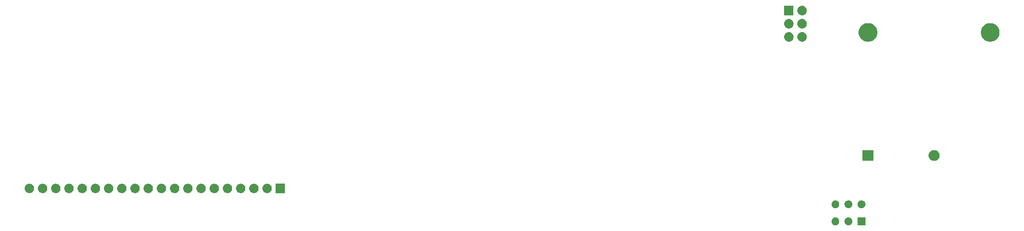
<source format=gbr>
G04 #@! TF.GenerationSoftware,KiCad,Pcbnew,5.1.4-e60b266~84~ubuntu18.04.1*
G04 #@! TF.CreationDate,2019-08-27T08:39:42+03:00*
G04 #@! TF.ProjectId,pcb,7063622e-6b69-4636-9164-5f7063625858,rev?*
G04 #@! TF.SameCoordinates,Original*
G04 #@! TF.FileFunction,Soldermask,Bot*
G04 #@! TF.FilePolarity,Negative*
%FSLAX46Y46*%
G04 Gerber Fmt 4.6, Leading zero omitted, Abs format (unit mm)*
G04 Created by KiCad (PCBNEW 5.1.4-e60b266~84~ubuntu18.04.1) date 2019-08-27 08:39:42*
%MOMM*%
%LPD*%
G04 APERTURE LIST*
%ADD10C,0.100000*%
G04 APERTURE END LIST*
D10*
G36*
X209849059Y-80557860D02*
G01*
X209985732Y-80614472D01*
X210108735Y-80696660D01*
X210213340Y-80801265D01*
X210295528Y-80924268D01*
X210352140Y-81060941D01*
X210381000Y-81206033D01*
X210381000Y-81353967D01*
X210352140Y-81499059D01*
X210295528Y-81635732D01*
X210213340Y-81758735D01*
X210108735Y-81863340D01*
X209985732Y-81945528D01*
X209985731Y-81945529D01*
X209985730Y-81945529D01*
X209849059Y-82002140D01*
X209703968Y-82031000D01*
X209556032Y-82031000D01*
X209410941Y-82002140D01*
X209274270Y-81945529D01*
X209274269Y-81945529D01*
X209274268Y-81945528D01*
X209151265Y-81863340D01*
X209046660Y-81758735D01*
X208964472Y-81635732D01*
X208907860Y-81499059D01*
X208879000Y-81353967D01*
X208879000Y-81206033D01*
X208907860Y-81060941D01*
X208964472Y-80924268D01*
X209046660Y-80801265D01*
X209151265Y-80696660D01*
X209274268Y-80614472D01*
X209410941Y-80557860D01*
X209556032Y-80529000D01*
X209703968Y-80529000D01*
X209849059Y-80557860D01*
X209849059Y-80557860D01*
G37*
G36*
X215381000Y-82031000D02*
G01*
X213879000Y-82031000D01*
X213879000Y-80529000D01*
X215381000Y-80529000D01*
X215381000Y-82031000D01*
X215381000Y-82031000D01*
G37*
G36*
X212349059Y-80557860D02*
G01*
X212485732Y-80614472D01*
X212608735Y-80696660D01*
X212713340Y-80801265D01*
X212795528Y-80924268D01*
X212852140Y-81060941D01*
X212881000Y-81206033D01*
X212881000Y-81353967D01*
X212852140Y-81499059D01*
X212795528Y-81635732D01*
X212713340Y-81758735D01*
X212608735Y-81863340D01*
X212485732Y-81945528D01*
X212485731Y-81945529D01*
X212485730Y-81945529D01*
X212349059Y-82002140D01*
X212203968Y-82031000D01*
X212056032Y-82031000D01*
X211910941Y-82002140D01*
X211774270Y-81945529D01*
X211774269Y-81945529D01*
X211774268Y-81945528D01*
X211651265Y-81863340D01*
X211546660Y-81758735D01*
X211464472Y-81635732D01*
X211407860Y-81499059D01*
X211379000Y-81353967D01*
X211379000Y-81206033D01*
X211407860Y-81060941D01*
X211464472Y-80924268D01*
X211546660Y-80801265D01*
X211651265Y-80696660D01*
X211774268Y-80614472D01*
X211910941Y-80557860D01*
X212056032Y-80529000D01*
X212203968Y-80529000D01*
X212349059Y-80557860D01*
X212349059Y-80557860D01*
G37*
G36*
X209849059Y-77257860D02*
G01*
X209985732Y-77314472D01*
X210108735Y-77396660D01*
X210213340Y-77501265D01*
X210295528Y-77624268D01*
X210352140Y-77760941D01*
X210381000Y-77906033D01*
X210381000Y-78053967D01*
X210352140Y-78199059D01*
X210295528Y-78335732D01*
X210213340Y-78458735D01*
X210108735Y-78563340D01*
X209985732Y-78645528D01*
X209985731Y-78645529D01*
X209985730Y-78645529D01*
X209849059Y-78702140D01*
X209703968Y-78731000D01*
X209556032Y-78731000D01*
X209410941Y-78702140D01*
X209274270Y-78645529D01*
X209274269Y-78645529D01*
X209274268Y-78645528D01*
X209151265Y-78563340D01*
X209046660Y-78458735D01*
X208964472Y-78335732D01*
X208907860Y-78199059D01*
X208879000Y-78053967D01*
X208879000Y-77906033D01*
X208907860Y-77760941D01*
X208964472Y-77624268D01*
X209046660Y-77501265D01*
X209151265Y-77396660D01*
X209274268Y-77314472D01*
X209410941Y-77257860D01*
X209556032Y-77229000D01*
X209703968Y-77229000D01*
X209849059Y-77257860D01*
X209849059Y-77257860D01*
G37*
G36*
X214849059Y-77257860D02*
G01*
X214985732Y-77314472D01*
X215108735Y-77396660D01*
X215213340Y-77501265D01*
X215295528Y-77624268D01*
X215352140Y-77760941D01*
X215381000Y-77906033D01*
X215381000Y-78053967D01*
X215352140Y-78199059D01*
X215295528Y-78335732D01*
X215213340Y-78458735D01*
X215108735Y-78563340D01*
X214985732Y-78645528D01*
X214985731Y-78645529D01*
X214985730Y-78645529D01*
X214849059Y-78702140D01*
X214703968Y-78731000D01*
X214556032Y-78731000D01*
X214410941Y-78702140D01*
X214274270Y-78645529D01*
X214274269Y-78645529D01*
X214274268Y-78645528D01*
X214151265Y-78563340D01*
X214046660Y-78458735D01*
X213964472Y-78335732D01*
X213907860Y-78199059D01*
X213879000Y-78053967D01*
X213879000Y-77906033D01*
X213907860Y-77760941D01*
X213964472Y-77624268D01*
X214046660Y-77501265D01*
X214151265Y-77396660D01*
X214274268Y-77314472D01*
X214410941Y-77257860D01*
X214556032Y-77229000D01*
X214703968Y-77229000D01*
X214849059Y-77257860D01*
X214849059Y-77257860D01*
G37*
G36*
X212349059Y-77257860D02*
G01*
X212485732Y-77314472D01*
X212608735Y-77396660D01*
X212713340Y-77501265D01*
X212795528Y-77624268D01*
X212852140Y-77760941D01*
X212881000Y-77906033D01*
X212881000Y-78053967D01*
X212852140Y-78199059D01*
X212795528Y-78335732D01*
X212713340Y-78458735D01*
X212608735Y-78563340D01*
X212485732Y-78645528D01*
X212485731Y-78645529D01*
X212485730Y-78645529D01*
X212349059Y-78702140D01*
X212203968Y-78731000D01*
X212056032Y-78731000D01*
X211910941Y-78702140D01*
X211774270Y-78645529D01*
X211774269Y-78645529D01*
X211774268Y-78645528D01*
X211651265Y-78563340D01*
X211546660Y-78458735D01*
X211464472Y-78335732D01*
X211407860Y-78199059D01*
X211379000Y-78053967D01*
X211379000Y-77906033D01*
X211407860Y-77760941D01*
X211464472Y-77624268D01*
X211546660Y-77501265D01*
X211651265Y-77396660D01*
X211774268Y-77314472D01*
X211910941Y-77257860D01*
X212056032Y-77229000D01*
X212203968Y-77229000D01*
X212349059Y-77257860D01*
X212349059Y-77257860D01*
G37*
G36*
X75040442Y-74035518D02*
G01*
X75106627Y-74042037D01*
X75276466Y-74093557D01*
X75432991Y-74177222D01*
X75468729Y-74206552D01*
X75570186Y-74289814D01*
X75653448Y-74391271D01*
X75682778Y-74427009D01*
X75766443Y-74583534D01*
X75817963Y-74753373D01*
X75835359Y-74930000D01*
X75817963Y-75106627D01*
X75766443Y-75276466D01*
X75682778Y-75432991D01*
X75653448Y-75468729D01*
X75570186Y-75570186D01*
X75468729Y-75653448D01*
X75432991Y-75682778D01*
X75276466Y-75766443D01*
X75106627Y-75817963D01*
X75040442Y-75824482D01*
X74974260Y-75831000D01*
X74885740Y-75831000D01*
X74819558Y-75824482D01*
X74753373Y-75817963D01*
X74583534Y-75766443D01*
X74427009Y-75682778D01*
X74391271Y-75653448D01*
X74289814Y-75570186D01*
X74206552Y-75468729D01*
X74177222Y-75432991D01*
X74093557Y-75276466D01*
X74042037Y-75106627D01*
X74024641Y-74930000D01*
X74042037Y-74753373D01*
X74093557Y-74583534D01*
X74177222Y-74427009D01*
X74206552Y-74391271D01*
X74289814Y-74289814D01*
X74391271Y-74206552D01*
X74427009Y-74177222D01*
X74583534Y-74093557D01*
X74753373Y-74042037D01*
X74819558Y-74035518D01*
X74885740Y-74029000D01*
X74974260Y-74029000D01*
X75040442Y-74035518D01*
X75040442Y-74035518D01*
G37*
G36*
X95360442Y-74035518D02*
G01*
X95426627Y-74042037D01*
X95596466Y-74093557D01*
X95752991Y-74177222D01*
X95788729Y-74206552D01*
X95890186Y-74289814D01*
X95973448Y-74391271D01*
X96002778Y-74427009D01*
X96086443Y-74583534D01*
X96137963Y-74753373D01*
X96155359Y-74930000D01*
X96137963Y-75106627D01*
X96086443Y-75276466D01*
X96002778Y-75432991D01*
X95973448Y-75468729D01*
X95890186Y-75570186D01*
X95788729Y-75653448D01*
X95752991Y-75682778D01*
X95596466Y-75766443D01*
X95426627Y-75817963D01*
X95360442Y-75824482D01*
X95294260Y-75831000D01*
X95205740Y-75831000D01*
X95139558Y-75824482D01*
X95073373Y-75817963D01*
X94903534Y-75766443D01*
X94747009Y-75682778D01*
X94711271Y-75653448D01*
X94609814Y-75570186D01*
X94526552Y-75468729D01*
X94497222Y-75432991D01*
X94413557Y-75276466D01*
X94362037Y-75106627D01*
X94344641Y-74930000D01*
X94362037Y-74753373D01*
X94413557Y-74583534D01*
X94497222Y-74427009D01*
X94526552Y-74391271D01*
X94609814Y-74289814D01*
X94711271Y-74206552D01*
X94747009Y-74177222D01*
X94903534Y-74093557D01*
X95073373Y-74042037D01*
X95139558Y-74035518D01*
X95205740Y-74029000D01*
X95294260Y-74029000D01*
X95360442Y-74035518D01*
X95360442Y-74035518D01*
G37*
G36*
X90280442Y-74035518D02*
G01*
X90346627Y-74042037D01*
X90516466Y-74093557D01*
X90672991Y-74177222D01*
X90708729Y-74206552D01*
X90810186Y-74289814D01*
X90893448Y-74391271D01*
X90922778Y-74427009D01*
X91006443Y-74583534D01*
X91057963Y-74753373D01*
X91075359Y-74930000D01*
X91057963Y-75106627D01*
X91006443Y-75276466D01*
X90922778Y-75432991D01*
X90893448Y-75468729D01*
X90810186Y-75570186D01*
X90708729Y-75653448D01*
X90672991Y-75682778D01*
X90516466Y-75766443D01*
X90346627Y-75817963D01*
X90280442Y-75824482D01*
X90214260Y-75831000D01*
X90125740Y-75831000D01*
X90059558Y-75824482D01*
X89993373Y-75817963D01*
X89823534Y-75766443D01*
X89667009Y-75682778D01*
X89631271Y-75653448D01*
X89529814Y-75570186D01*
X89446552Y-75468729D01*
X89417222Y-75432991D01*
X89333557Y-75276466D01*
X89282037Y-75106627D01*
X89264641Y-74930000D01*
X89282037Y-74753373D01*
X89333557Y-74583534D01*
X89417222Y-74427009D01*
X89446552Y-74391271D01*
X89529814Y-74289814D01*
X89631271Y-74206552D01*
X89667009Y-74177222D01*
X89823534Y-74093557D01*
X89993373Y-74042037D01*
X90059558Y-74035518D01*
X90125740Y-74029000D01*
X90214260Y-74029000D01*
X90280442Y-74035518D01*
X90280442Y-74035518D01*
G37*
G36*
X87740442Y-74035518D02*
G01*
X87806627Y-74042037D01*
X87976466Y-74093557D01*
X88132991Y-74177222D01*
X88168729Y-74206552D01*
X88270186Y-74289814D01*
X88353448Y-74391271D01*
X88382778Y-74427009D01*
X88466443Y-74583534D01*
X88517963Y-74753373D01*
X88535359Y-74930000D01*
X88517963Y-75106627D01*
X88466443Y-75276466D01*
X88382778Y-75432991D01*
X88353448Y-75468729D01*
X88270186Y-75570186D01*
X88168729Y-75653448D01*
X88132991Y-75682778D01*
X87976466Y-75766443D01*
X87806627Y-75817963D01*
X87740442Y-75824482D01*
X87674260Y-75831000D01*
X87585740Y-75831000D01*
X87519558Y-75824482D01*
X87453373Y-75817963D01*
X87283534Y-75766443D01*
X87127009Y-75682778D01*
X87091271Y-75653448D01*
X86989814Y-75570186D01*
X86906552Y-75468729D01*
X86877222Y-75432991D01*
X86793557Y-75276466D01*
X86742037Y-75106627D01*
X86724641Y-74930000D01*
X86742037Y-74753373D01*
X86793557Y-74583534D01*
X86877222Y-74427009D01*
X86906552Y-74391271D01*
X86989814Y-74289814D01*
X87091271Y-74206552D01*
X87127009Y-74177222D01*
X87283534Y-74093557D01*
X87453373Y-74042037D01*
X87519558Y-74035518D01*
X87585740Y-74029000D01*
X87674260Y-74029000D01*
X87740442Y-74035518D01*
X87740442Y-74035518D01*
G37*
G36*
X85200442Y-74035518D02*
G01*
X85266627Y-74042037D01*
X85436466Y-74093557D01*
X85592991Y-74177222D01*
X85628729Y-74206552D01*
X85730186Y-74289814D01*
X85813448Y-74391271D01*
X85842778Y-74427009D01*
X85926443Y-74583534D01*
X85977963Y-74753373D01*
X85995359Y-74930000D01*
X85977963Y-75106627D01*
X85926443Y-75276466D01*
X85842778Y-75432991D01*
X85813448Y-75468729D01*
X85730186Y-75570186D01*
X85628729Y-75653448D01*
X85592991Y-75682778D01*
X85436466Y-75766443D01*
X85266627Y-75817963D01*
X85200442Y-75824482D01*
X85134260Y-75831000D01*
X85045740Y-75831000D01*
X84979558Y-75824482D01*
X84913373Y-75817963D01*
X84743534Y-75766443D01*
X84587009Y-75682778D01*
X84551271Y-75653448D01*
X84449814Y-75570186D01*
X84366552Y-75468729D01*
X84337222Y-75432991D01*
X84253557Y-75276466D01*
X84202037Y-75106627D01*
X84184641Y-74930000D01*
X84202037Y-74753373D01*
X84253557Y-74583534D01*
X84337222Y-74427009D01*
X84366552Y-74391271D01*
X84449814Y-74289814D01*
X84551271Y-74206552D01*
X84587009Y-74177222D01*
X84743534Y-74093557D01*
X84913373Y-74042037D01*
X84979558Y-74035518D01*
X85045740Y-74029000D01*
X85134260Y-74029000D01*
X85200442Y-74035518D01*
X85200442Y-74035518D01*
G37*
G36*
X82660442Y-74035518D02*
G01*
X82726627Y-74042037D01*
X82896466Y-74093557D01*
X83052991Y-74177222D01*
X83088729Y-74206552D01*
X83190186Y-74289814D01*
X83273448Y-74391271D01*
X83302778Y-74427009D01*
X83386443Y-74583534D01*
X83437963Y-74753373D01*
X83455359Y-74930000D01*
X83437963Y-75106627D01*
X83386443Y-75276466D01*
X83302778Y-75432991D01*
X83273448Y-75468729D01*
X83190186Y-75570186D01*
X83088729Y-75653448D01*
X83052991Y-75682778D01*
X82896466Y-75766443D01*
X82726627Y-75817963D01*
X82660442Y-75824482D01*
X82594260Y-75831000D01*
X82505740Y-75831000D01*
X82439558Y-75824482D01*
X82373373Y-75817963D01*
X82203534Y-75766443D01*
X82047009Y-75682778D01*
X82011271Y-75653448D01*
X81909814Y-75570186D01*
X81826552Y-75468729D01*
X81797222Y-75432991D01*
X81713557Y-75276466D01*
X81662037Y-75106627D01*
X81644641Y-74930000D01*
X81662037Y-74753373D01*
X81713557Y-74583534D01*
X81797222Y-74427009D01*
X81826552Y-74391271D01*
X81909814Y-74289814D01*
X82011271Y-74206552D01*
X82047009Y-74177222D01*
X82203534Y-74093557D01*
X82373373Y-74042037D01*
X82439558Y-74035518D01*
X82505740Y-74029000D01*
X82594260Y-74029000D01*
X82660442Y-74035518D01*
X82660442Y-74035518D01*
G37*
G36*
X80120442Y-74035518D02*
G01*
X80186627Y-74042037D01*
X80356466Y-74093557D01*
X80512991Y-74177222D01*
X80548729Y-74206552D01*
X80650186Y-74289814D01*
X80733448Y-74391271D01*
X80762778Y-74427009D01*
X80846443Y-74583534D01*
X80897963Y-74753373D01*
X80915359Y-74930000D01*
X80897963Y-75106627D01*
X80846443Y-75276466D01*
X80762778Y-75432991D01*
X80733448Y-75468729D01*
X80650186Y-75570186D01*
X80548729Y-75653448D01*
X80512991Y-75682778D01*
X80356466Y-75766443D01*
X80186627Y-75817963D01*
X80120442Y-75824482D01*
X80054260Y-75831000D01*
X79965740Y-75831000D01*
X79899558Y-75824482D01*
X79833373Y-75817963D01*
X79663534Y-75766443D01*
X79507009Y-75682778D01*
X79471271Y-75653448D01*
X79369814Y-75570186D01*
X79286552Y-75468729D01*
X79257222Y-75432991D01*
X79173557Y-75276466D01*
X79122037Y-75106627D01*
X79104641Y-74930000D01*
X79122037Y-74753373D01*
X79173557Y-74583534D01*
X79257222Y-74427009D01*
X79286552Y-74391271D01*
X79369814Y-74289814D01*
X79471271Y-74206552D01*
X79507009Y-74177222D01*
X79663534Y-74093557D01*
X79833373Y-74042037D01*
X79899558Y-74035518D01*
X79965740Y-74029000D01*
X80054260Y-74029000D01*
X80120442Y-74035518D01*
X80120442Y-74035518D01*
G37*
G36*
X77580442Y-74035518D02*
G01*
X77646627Y-74042037D01*
X77816466Y-74093557D01*
X77972991Y-74177222D01*
X78008729Y-74206552D01*
X78110186Y-74289814D01*
X78193448Y-74391271D01*
X78222778Y-74427009D01*
X78306443Y-74583534D01*
X78357963Y-74753373D01*
X78375359Y-74930000D01*
X78357963Y-75106627D01*
X78306443Y-75276466D01*
X78222778Y-75432991D01*
X78193448Y-75468729D01*
X78110186Y-75570186D01*
X78008729Y-75653448D01*
X77972991Y-75682778D01*
X77816466Y-75766443D01*
X77646627Y-75817963D01*
X77580442Y-75824482D01*
X77514260Y-75831000D01*
X77425740Y-75831000D01*
X77359558Y-75824482D01*
X77293373Y-75817963D01*
X77123534Y-75766443D01*
X76967009Y-75682778D01*
X76931271Y-75653448D01*
X76829814Y-75570186D01*
X76746552Y-75468729D01*
X76717222Y-75432991D01*
X76633557Y-75276466D01*
X76582037Y-75106627D01*
X76564641Y-74930000D01*
X76582037Y-74753373D01*
X76633557Y-74583534D01*
X76717222Y-74427009D01*
X76746552Y-74391271D01*
X76829814Y-74289814D01*
X76931271Y-74206552D01*
X76967009Y-74177222D01*
X77123534Y-74093557D01*
X77293373Y-74042037D01*
X77359558Y-74035518D01*
X77425740Y-74029000D01*
X77514260Y-74029000D01*
X77580442Y-74035518D01*
X77580442Y-74035518D01*
G37*
G36*
X92820442Y-74035518D02*
G01*
X92886627Y-74042037D01*
X93056466Y-74093557D01*
X93212991Y-74177222D01*
X93248729Y-74206552D01*
X93350186Y-74289814D01*
X93433448Y-74391271D01*
X93462778Y-74427009D01*
X93546443Y-74583534D01*
X93597963Y-74753373D01*
X93615359Y-74930000D01*
X93597963Y-75106627D01*
X93546443Y-75276466D01*
X93462778Y-75432991D01*
X93433448Y-75468729D01*
X93350186Y-75570186D01*
X93248729Y-75653448D01*
X93212991Y-75682778D01*
X93056466Y-75766443D01*
X92886627Y-75817963D01*
X92820442Y-75824482D01*
X92754260Y-75831000D01*
X92665740Y-75831000D01*
X92599558Y-75824482D01*
X92533373Y-75817963D01*
X92363534Y-75766443D01*
X92207009Y-75682778D01*
X92171271Y-75653448D01*
X92069814Y-75570186D01*
X91986552Y-75468729D01*
X91957222Y-75432991D01*
X91873557Y-75276466D01*
X91822037Y-75106627D01*
X91804641Y-74930000D01*
X91822037Y-74753373D01*
X91873557Y-74583534D01*
X91957222Y-74427009D01*
X91986552Y-74391271D01*
X92069814Y-74289814D01*
X92171271Y-74206552D01*
X92207009Y-74177222D01*
X92363534Y-74093557D01*
X92533373Y-74042037D01*
X92599558Y-74035518D01*
X92665740Y-74029000D01*
X92754260Y-74029000D01*
X92820442Y-74035518D01*
X92820442Y-74035518D01*
G37*
G36*
X69960442Y-74035518D02*
G01*
X70026627Y-74042037D01*
X70196466Y-74093557D01*
X70352991Y-74177222D01*
X70388729Y-74206552D01*
X70490186Y-74289814D01*
X70573448Y-74391271D01*
X70602778Y-74427009D01*
X70686443Y-74583534D01*
X70737963Y-74753373D01*
X70755359Y-74930000D01*
X70737963Y-75106627D01*
X70686443Y-75276466D01*
X70602778Y-75432991D01*
X70573448Y-75468729D01*
X70490186Y-75570186D01*
X70388729Y-75653448D01*
X70352991Y-75682778D01*
X70196466Y-75766443D01*
X70026627Y-75817963D01*
X69960442Y-75824482D01*
X69894260Y-75831000D01*
X69805740Y-75831000D01*
X69739558Y-75824482D01*
X69673373Y-75817963D01*
X69503534Y-75766443D01*
X69347009Y-75682778D01*
X69311271Y-75653448D01*
X69209814Y-75570186D01*
X69126552Y-75468729D01*
X69097222Y-75432991D01*
X69013557Y-75276466D01*
X68962037Y-75106627D01*
X68944641Y-74930000D01*
X68962037Y-74753373D01*
X69013557Y-74583534D01*
X69097222Y-74427009D01*
X69126552Y-74391271D01*
X69209814Y-74289814D01*
X69311271Y-74206552D01*
X69347009Y-74177222D01*
X69503534Y-74093557D01*
X69673373Y-74042037D01*
X69739558Y-74035518D01*
X69805740Y-74029000D01*
X69894260Y-74029000D01*
X69960442Y-74035518D01*
X69960442Y-74035518D01*
G37*
G36*
X64880442Y-74035518D02*
G01*
X64946627Y-74042037D01*
X65116466Y-74093557D01*
X65272991Y-74177222D01*
X65308729Y-74206552D01*
X65410186Y-74289814D01*
X65493448Y-74391271D01*
X65522778Y-74427009D01*
X65606443Y-74583534D01*
X65657963Y-74753373D01*
X65675359Y-74930000D01*
X65657963Y-75106627D01*
X65606443Y-75276466D01*
X65522778Y-75432991D01*
X65493448Y-75468729D01*
X65410186Y-75570186D01*
X65308729Y-75653448D01*
X65272991Y-75682778D01*
X65116466Y-75766443D01*
X64946627Y-75817963D01*
X64880442Y-75824482D01*
X64814260Y-75831000D01*
X64725740Y-75831000D01*
X64659558Y-75824482D01*
X64593373Y-75817963D01*
X64423534Y-75766443D01*
X64267009Y-75682778D01*
X64231271Y-75653448D01*
X64129814Y-75570186D01*
X64046552Y-75468729D01*
X64017222Y-75432991D01*
X63933557Y-75276466D01*
X63882037Y-75106627D01*
X63864641Y-74930000D01*
X63882037Y-74753373D01*
X63933557Y-74583534D01*
X64017222Y-74427009D01*
X64046552Y-74391271D01*
X64129814Y-74289814D01*
X64231271Y-74206552D01*
X64267009Y-74177222D01*
X64423534Y-74093557D01*
X64593373Y-74042037D01*
X64659558Y-74035518D01*
X64725740Y-74029000D01*
X64814260Y-74029000D01*
X64880442Y-74035518D01*
X64880442Y-74035518D01*
G37*
G36*
X62340442Y-74035518D02*
G01*
X62406627Y-74042037D01*
X62576466Y-74093557D01*
X62732991Y-74177222D01*
X62768729Y-74206552D01*
X62870186Y-74289814D01*
X62953448Y-74391271D01*
X62982778Y-74427009D01*
X63066443Y-74583534D01*
X63117963Y-74753373D01*
X63135359Y-74930000D01*
X63117963Y-75106627D01*
X63066443Y-75276466D01*
X62982778Y-75432991D01*
X62953448Y-75468729D01*
X62870186Y-75570186D01*
X62768729Y-75653448D01*
X62732991Y-75682778D01*
X62576466Y-75766443D01*
X62406627Y-75817963D01*
X62340442Y-75824482D01*
X62274260Y-75831000D01*
X62185740Y-75831000D01*
X62119558Y-75824482D01*
X62053373Y-75817963D01*
X61883534Y-75766443D01*
X61727009Y-75682778D01*
X61691271Y-75653448D01*
X61589814Y-75570186D01*
X61506552Y-75468729D01*
X61477222Y-75432991D01*
X61393557Y-75276466D01*
X61342037Y-75106627D01*
X61324641Y-74930000D01*
X61342037Y-74753373D01*
X61393557Y-74583534D01*
X61477222Y-74427009D01*
X61506552Y-74391271D01*
X61589814Y-74289814D01*
X61691271Y-74206552D01*
X61727009Y-74177222D01*
X61883534Y-74093557D01*
X62053373Y-74042037D01*
X62119558Y-74035518D01*
X62185740Y-74029000D01*
X62274260Y-74029000D01*
X62340442Y-74035518D01*
X62340442Y-74035518D01*
G37*
G36*
X59800442Y-74035518D02*
G01*
X59866627Y-74042037D01*
X60036466Y-74093557D01*
X60192991Y-74177222D01*
X60228729Y-74206552D01*
X60330186Y-74289814D01*
X60413448Y-74391271D01*
X60442778Y-74427009D01*
X60526443Y-74583534D01*
X60577963Y-74753373D01*
X60595359Y-74930000D01*
X60577963Y-75106627D01*
X60526443Y-75276466D01*
X60442778Y-75432991D01*
X60413448Y-75468729D01*
X60330186Y-75570186D01*
X60228729Y-75653448D01*
X60192991Y-75682778D01*
X60036466Y-75766443D01*
X59866627Y-75817963D01*
X59800442Y-75824482D01*
X59734260Y-75831000D01*
X59645740Y-75831000D01*
X59579558Y-75824482D01*
X59513373Y-75817963D01*
X59343534Y-75766443D01*
X59187009Y-75682778D01*
X59151271Y-75653448D01*
X59049814Y-75570186D01*
X58966552Y-75468729D01*
X58937222Y-75432991D01*
X58853557Y-75276466D01*
X58802037Y-75106627D01*
X58784641Y-74930000D01*
X58802037Y-74753373D01*
X58853557Y-74583534D01*
X58937222Y-74427009D01*
X58966552Y-74391271D01*
X59049814Y-74289814D01*
X59151271Y-74206552D01*
X59187009Y-74177222D01*
X59343534Y-74093557D01*
X59513373Y-74042037D01*
X59579558Y-74035518D01*
X59645740Y-74029000D01*
X59734260Y-74029000D01*
X59800442Y-74035518D01*
X59800442Y-74035518D01*
G37*
G36*
X57260442Y-74035518D02*
G01*
X57326627Y-74042037D01*
X57496466Y-74093557D01*
X57652991Y-74177222D01*
X57688729Y-74206552D01*
X57790186Y-74289814D01*
X57873448Y-74391271D01*
X57902778Y-74427009D01*
X57986443Y-74583534D01*
X58037963Y-74753373D01*
X58055359Y-74930000D01*
X58037963Y-75106627D01*
X57986443Y-75276466D01*
X57902778Y-75432991D01*
X57873448Y-75468729D01*
X57790186Y-75570186D01*
X57688729Y-75653448D01*
X57652991Y-75682778D01*
X57496466Y-75766443D01*
X57326627Y-75817963D01*
X57260442Y-75824482D01*
X57194260Y-75831000D01*
X57105740Y-75831000D01*
X57039558Y-75824482D01*
X56973373Y-75817963D01*
X56803534Y-75766443D01*
X56647009Y-75682778D01*
X56611271Y-75653448D01*
X56509814Y-75570186D01*
X56426552Y-75468729D01*
X56397222Y-75432991D01*
X56313557Y-75276466D01*
X56262037Y-75106627D01*
X56244641Y-74930000D01*
X56262037Y-74753373D01*
X56313557Y-74583534D01*
X56397222Y-74427009D01*
X56426552Y-74391271D01*
X56509814Y-74289814D01*
X56611271Y-74206552D01*
X56647009Y-74177222D01*
X56803534Y-74093557D01*
X56973373Y-74042037D01*
X57039558Y-74035518D01*
X57105740Y-74029000D01*
X57194260Y-74029000D01*
X57260442Y-74035518D01*
X57260442Y-74035518D01*
G37*
G36*
X54720442Y-74035518D02*
G01*
X54786627Y-74042037D01*
X54956466Y-74093557D01*
X55112991Y-74177222D01*
X55148729Y-74206552D01*
X55250186Y-74289814D01*
X55333448Y-74391271D01*
X55362778Y-74427009D01*
X55446443Y-74583534D01*
X55497963Y-74753373D01*
X55515359Y-74930000D01*
X55497963Y-75106627D01*
X55446443Y-75276466D01*
X55362778Y-75432991D01*
X55333448Y-75468729D01*
X55250186Y-75570186D01*
X55148729Y-75653448D01*
X55112991Y-75682778D01*
X54956466Y-75766443D01*
X54786627Y-75817963D01*
X54720442Y-75824482D01*
X54654260Y-75831000D01*
X54565740Y-75831000D01*
X54499558Y-75824482D01*
X54433373Y-75817963D01*
X54263534Y-75766443D01*
X54107009Y-75682778D01*
X54071271Y-75653448D01*
X53969814Y-75570186D01*
X53886552Y-75468729D01*
X53857222Y-75432991D01*
X53773557Y-75276466D01*
X53722037Y-75106627D01*
X53704641Y-74930000D01*
X53722037Y-74753373D01*
X53773557Y-74583534D01*
X53857222Y-74427009D01*
X53886552Y-74391271D01*
X53969814Y-74289814D01*
X54071271Y-74206552D01*
X54107009Y-74177222D01*
X54263534Y-74093557D01*
X54433373Y-74042037D01*
X54499558Y-74035518D01*
X54565740Y-74029000D01*
X54654260Y-74029000D01*
X54720442Y-74035518D01*
X54720442Y-74035518D01*
G37*
G36*
X103771000Y-75831000D02*
G01*
X101969000Y-75831000D01*
X101969000Y-74029000D01*
X103771000Y-74029000D01*
X103771000Y-75831000D01*
X103771000Y-75831000D01*
G37*
G36*
X100440442Y-74035518D02*
G01*
X100506627Y-74042037D01*
X100676466Y-74093557D01*
X100832991Y-74177222D01*
X100868729Y-74206552D01*
X100970186Y-74289814D01*
X101053448Y-74391271D01*
X101082778Y-74427009D01*
X101166443Y-74583534D01*
X101217963Y-74753373D01*
X101235359Y-74930000D01*
X101217963Y-75106627D01*
X101166443Y-75276466D01*
X101082778Y-75432991D01*
X101053448Y-75468729D01*
X100970186Y-75570186D01*
X100868729Y-75653448D01*
X100832991Y-75682778D01*
X100676466Y-75766443D01*
X100506627Y-75817963D01*
X100440442Y-75824482D01*
X100374260Y-75831000D01*
X100285740Y-75831000D01*
X100219558Y-75824482D01*
X100153373Y-75817963D01*
X99983534Y-75766443D01*
X99827009Y-75682778D01*
X99791271Y-75653448D01*
X99689814Y-75570186D01*
X99606552Y-75468729D01*
X99577222Y-75432991D01*
X99493557Y-75276466D01*
X99442037Y-75106627D01*
X99424641Y-74930000D01*
X99442037Y-74753373D01*
X99493557Y-74583534D01*
X99577222Y-74427009D01*
X99606552Y-74391271D01*
X99689814Y-74289814D01*
X99791271Y-74206552D01*
X99827009Y-74177222D01*
X99983534Y-74093557D01*
X100153373Y-74042037D01*
X100219558Y-74035518D01*
X100285740Y-74029000D01*
X100374260Y-74029000D01*
X100440442Y-74035518D01*
X100440442Y-74035518D01*
G37*
G36*
X97900442Y-74035518D02*
G01*
X97966627Y-74042037D01*
X98136466Y-74093557D01*
X98292991Y-74177222D01*
X98328729Y-74206552D01*
X98430186Y-74289814D01*
X98513448Y-74391271D01*
X98542778Y-74427009D01*
X98626443Y-74583534D01*
X98677963Y-74753373D01*
X98695359Y-74930000D01*
X98677963Y-75106627D01*
X98626443Y-75276466D01*
X98542778Y-75432991D01*
X98513448Y-75468729D01*
X98430186Y-75570186D01*
X98328729Y-75653448D01*
X98292991Y-75682778D01*
X98136466Y-75766443D01*
X97966627Y-75817963D01*
X97900442Y-75824482D01*
X97834260Y-75831000D01*
X97745740Y-75831000D01*
X97679558Y-75824482D01*
X97613373Y-75817963D01*
X97443534Y-75766443D01*
X97287009Y-75682778D01*
X97251271Y-75653448D01*
X97149814Y-75570186D01*
X97066552Y-75468729D01*
X97037222Y-75432991D01*
X96953557Y-75276466D01*
X96902037Y-75106627D01*
X96884641Y-74930000D01*
X96902037Y-74753373D01*
X96953557Y-74583534D01*
X97037222Y-74427009D01*
X97066552Y-74391271D01*
X97149814Y-74289814D01*
X97251271Y-74206552D01*
X97287009Y-74177222D01*
X97443534Y-74093557D01*
X97613373Y-74042037D01*
X97679558Y-74035518D01*
X97745740Y-74029000D01*
X97834260Y-74029000D01*
X97900442Y-74035518D01*
X97900442Y-74035518D01*
G37*
G36*
X72500442Y-74035518D02*
G01*
X72566627Y-74042037D01*
X72736466Y-74093557D01*
X72892991Y-74177222D01*
X72928729Y-74206552D01*
X73030186Y-74289814D01*
X73113448Y-74391271D01*
X73142778Y-74427009D01*
X73226443Y-74583534D01*
X73277963Y-74753373D01*
X73295359Y-74930000D01*
X73277963Y-75106627D01*
X73226443Y-75276466D01*
X73142778Y-75432991D01*
X73113448Y-75468729D01*
X73030186Y-75570186D01*
X72928729Y-75653448D01*
X72892991Y-75682778D01*
X72736466Y-75766443D01*
X72566627Y-75817963D01*
X72500442Y-75824482D01*
X72434260Y-75831000D01*
X72345740Y-75831000D01*
X72279558Y-75824482D01*
X72213373Y-75817963D01*
X72043534Y-75766443D01*
X71887009Y-75682778D01*
X71851271Y-75653448D01*
X71749814Y-75570186D01*
X71666552Y-75468729D01*
X71637222Y-75432991D01*
X71553557Y-75276466D01*
X71502037Y-75106627D01*
X71484641Y-74930000D01*
X71502037Y-74753373D01*
X71553557Y-74583534D01*
X71637222Y-74427009D01*
X71666552Y-74391271D01*
X71749814Y-74289814D01*
X71851271Y-74206552D01*
X71887009Y-74177222D01*
X72043534Y-74093557D01*
X72213373Y-74042037D01*
X72279558Y-74035518D01*
X72345740Y-74029000D01*
X72434260Y-74029000D01*
X72500442Y-74035518D01*
X72500442Y-74035518D01*
G37*
G36*
X67420442Y-74035518D02*
G01*
X67486627Y-74042037D01*
X67656466Y-74093557D01*
X67812991Y-74177222D01*
X67848729Y-74206552D01*
X67950186Y-74289814D01*
X68033448Y-74391271D01*
X68062778Y-74427009D01*
X68146443Y-74583534D01*
X68197963Y-74753373D01*
X68215359Y-74930000D01*
X68197963Y-75106627D01*
X68146443Y-75276466D01*
X68062778Y-75432991D01*
X68033448Y-75468729D01*
X67950186Y-75570186D01*
X67848729Y-75653448D01*
X67812991Y-75682778D01*
X67656466Y-75766443D01*
X67486627Y-75817963D01*
X67420442Y-75824482D01*
X67354260Y-75831000D01*
X67265740Y-75831000D01*
X67199558Y-75824482D01*
X67133373Y-75817963D01*
X66963534Y-75766443D01*
X66807009Y-75682778D01*
X66771271Y-75653448D01*
X66669814Y-75570186D01*
X66586552Y-75468729D01*
X66557222Y-75432991D01*
X66473557Y-75276466D01*
X66422037Y-75106627D01*
X66404641Y-74930000D01*
X66422037Y-74753373D01*
X66473557Y-74583534D01*
X66557222Y-74427009D01*
X66586552Y-74391271D01*
X66669814Y-74289814D01*
X66771271Y-74206552D01*
X66807009Y-74177222D01*
X66963534Y-74093557D01*
X67133373Y-74042037D01*
X67199558Y-74035518D01*
X67265740Y-74029000D01*
X67354260Y-74029000D01*
X67420442Y-74035518D01*
X67420442Y-74035518D01*
G37*
G36*
X216951000Y-69631000D02*
G01*
X214849000Y-69631000D01*
X214849000Y-67529000D01*
X216951000Y-67529000D01*
X216951000Y-69631000D01*
X216951000Y-69631000D01*
G37*
G36*
X228906564Y-67569389D02*
G01*
X229097833Y-67648615D01*
X229097835Y-67648616D01*
X229269973Y-67763635D01*
X229416365Y-67910027D01*
X229531385Y-68082167D01*
X229610611Y-68273436D01*
X229651000Y-68476484D01*
X229651000Y-68683516D01*
X229610611Y-68886564D01*
X229531385Y-69077833D01*
X229531384Y-69077835D01*
X229416365Y-69249973D01*
X229269973Y-69396365D01*
X229097835Y-69511384D01*
X229097834Y-69511385D01*
X229097833Y-69511385D01*
X228906564Y-69590611D01*
X228703516Y-69631000D01*
X228496484Y-69631000D01*
X228293436Y-69590611D01*
X228102167Y-69511385D01*
X228102166Y-69511385D01*
X228102165Y-69511384D01*
X227930027Y-69396365D01*
X227783635Y-69249973D01*
X227668616Y-69077835D01*
X227668615Y-69077833D01*
X227589389Y-68886564D01*
X227549000Y-68683516D01*
X227549000Y-68476484D01*
X227589389Y-68273436D01*
X227668615Y-68082167D01*
X227783635Y-67910027D01*
X227930027Y-67763635D01*
X228102165Y-67648616D01*
X228102167Y-67648615D01*
X228293436Y-67569389D01*
X228496484Y-67529000D01*
X228703516Y-67529000D01*
X228906564Y-67569389D01*
X228906564Y-67569389D01*
G37*
G36*
X239920331Y-43124611D02*
G01*
X240248092Y-43260374D01*
X240543070Y-43457472D01*
X240793928Y-43708330D01*
X240991026Y-44003308D01*
X241126789Y-44331069D01*
X241196000Y-44679016D01*
X241196000Y-45033784D01*
X241126789Y-45381731D01*
X240991026Y-45709492D01*
X240793928Y-46004470D01*
X240543070Y-46255328D01*
X240248092Y-46452426D01*
X239920331Y-46588189D01*
X239572384Y-46657400D01*
X239217616Y-46657400D01*
X238869669Y-46588189D01*
X238541908Y-46452426D01*
X238246930Y-46255328D01*
X237996072Y-46004470D01*
X237798974Y-45709492D01*
X237663211Y-45381731D01*
X237594000Y-45033784D01*
X237594000Y-44679016D01*
X237663211Y-44331069D01*
X237798974Y-44003308D01*
X237996072Y-43708330D01*
X238246930Y-43457472D01*
X238541908Y-43260374D01*
X238869669Y-43124611D01*
X239217616Y-43055400D01*
X239572384Y-43055400D01*
X239920331Y-43124611D01*
X239920331Y-43124611D01*
G37*
G36*
X216425331Y-43124611D02*
G01*
X216753092Y-43260374D01*
X217048070Y-43457472D01*
X217298928Y-43708330D01*
X217496026Y-44003308D01*
X217631789Y-44331069D01*
X217701000Y-44679016D01*
X217701000Y-45033784D01*
X217631789Y-45381731D01*
X217496026Y-45709492D01*
X217298928Y-46004470D01*
X217048070Y-46255328D01*
X216753092Y-46452426D01*
X216425331Y-46588189D01*
X216077384Y-46657400D01*
X215722616Y-46657400D01*
X215374669Y-46588189D01*
X215046908Y-46452426D01*
X214751930Y-46255328D01*
X214501072Y-46004470D01*
X214303974Y-45709492D01*
X214168211Y-45381731D01*
X214099000Y-45033784D01*
X214099000Y-44679016D01*
X214168211Y-44331069D01*
X214303974Y-44003308D01*
X214501072Y-43708330D01*
X214751930Y-43457472D01*
X215046908Y-43260374D01*
X215374669Y-43124611D01*
X215722616Y-43055400D01*
X216077384Y-43055400D01*
X216425331Y-43124611D01*
X216425331Y-43124611D01*
G37*
G36*
X203379294Y-44818633D02*
G01*
X203551695Y-44870931D01*
X203710583Y-44955858D01*
X203849849Y-45070151D01*
X203964142Y-45209417D01*
X204049069Y-45368305D01*
X204101367Y-45540706D01*
X204119025Y-45720000D01*
X204101367Y-45899294D01*
X204049069Y-46071695D01*
X203964142Y-46230583D01*
X203849849Y-46369849D01*
X203710583Y-46484142D01*
X203551695Y-46569069D01*
X203379294Y-46621367D01*
X203244931Y-46634600D01*
X203155069Y-46634600D01*
X203020706Y-46621367D01*
X202848305Y-46569069D01*
X202689417Y-46484142D01*
X202550151Y-46369849D01*
X202435858Y-46230583D01*
X202350931Y-46071695D01*
X202298633Y-45899294D01*
X202280975Y-45720000D01*
X202298633Y-45540706D01*
X202350931Y-45368305D01*
X202435858Y-45209417D01*
X202550151Y-45070151D01*
X202689417Y-44955858D01*
X202848305Y-44870931D01*
X203020706Y-44818633D01*
X203155069Y-44805400D01*
X203244931Y-44805400D01*
X203379294Y-44818633D01*
X203379294Y-44818633D01*
G37*
G36*
X200839294Y-44818633D02*
G01*
X201011695Y-44870931D01*
X201170583Y-44955858D01*
X201309849Y-45070151D01*
X201424142Y-45209417D01*
X201509069Y-45368305D01*
X201561367Y-45540706D01*
X201579025Y-45720000D01*
X201561367Y-45899294D01*
X201509069Y-46071695D01*
X201424142Y-46230583D01*
X201309849Y-46369849D01*
X201170583Y-46484142D01*
X201011695Y-46569069D01*
X200839294Y-46621367D01*
X200704931Y-46634600D01*
X200615069Y-46634600D01*
X200480706Y-46621367D01*
X200308305Y-46569069D01*
X200149417Y-46484142D01*
X200010151Y-46369849D01*
X199895858Y-46230583D01*
X199810931Y-46071695D01*
X199758633Y-45899294D01*
X199740975Y-45720000D01*
X199758633Y-45540706D01*
X199810931Y-45368305D01*
X199895858Y-45209417D01*
X200010151Y-45070151D01*
X200149417Y-44955858D01*
X200308305Y-44870931D01*
X200480706Y-44818633D01*
X200615069Y-44805400D01*
X200704931Y-44805400D01*
X200839294Y-44818633D01*
X200839294Y-44818633D01*
G37*
G36*
X203379294Y-42278633D02*
G01*
X203551695Y-42330931D01*
X203710583Y-42415858D01*
X203849849Y-42530151D01*
X203964142Y-42669417D01*
X204049069Y-42828305D01*
X204101367Y-43000706D01*
X204119025Y-43180000D01*
X204101367Y-43359294D01*
X204049069Y-43531695D01*
X203964142Y-43690583D01*
X203849849Y-43829849D01*
X203710583Y-43944142D01*
X203551695Y-44029069D01*
X203379294Y-44081367D01*
X203244931Y-44094600D01*
X203155069Y-44094600D01*
X203020706Y-44081367D01*
X202848305Y-44029069D01*
X202689417Y-43944142D01*
X202550151Y-43829849D01*
X202435858Y-43690583D01*
X202350931Y-43531695D01*
X202298633Y-43359294D01*
X202280975Y-43180000D01*
X202298633Y-43000706D01*
X202350931Y-42828305D01*
X202435858Y-42669417D01*
X202550151Y-42530151D01*
X202689417Y-42415858D01*
X202848305Y-42330931D01*
X203020706Y-42278633D01*
X203155069Y-42265400D01*
X203244931Y-42265400D01*
X203379294Y-42278633D01*
X203379294Y-42278633D01*
G37*
G36*
X200839294Y-42278633D02*
G01*
X201011695Y-42330931D01*
X201170583Y-42415858D01*
X201309849Y-42530151D01*
X201424142Y-42669417D01*
X201509069Y-42828305D01*
X201561367Y-43000706D01*
X201579025Y-43180000D01*
X201561367Y-43359294D01*
X201509069Y-43531695D01*
X201424142Y-43690583D01*
X201309849Y-43829849D01*
X201170583Y-43944142D01*
X201011695Y-44029069D01*
X200839294Y-44081367D01*
X200704931Y-44094600D01*
X200615069Y-44094600D01*
X200480706Y-44081367D01*
X200308305Y-44029069D01*
X200149417Y-43944142D01*
X200010151Y-43829849D01*
X199895858Y-43690583D01*
X199810931Y-43531695D01*
X199758633Y-43359294D01*
X199740975Y-43180000D01*
X199758633Y-43000706D01*
X199810931Y-42828305D01*
X199895858Y-42669417D01*
X200010151Y-42530151D01*
X200149417Y-42415858D01*
X200308305Y-42330931D01*
X200480706Y-42278633D01*
X200615069Y-42265400D01*
X200704931Y-42265400D01*
X200839294Y-42278633D01*
X200839294Y-42278633D01*
G37*
G36*
X203379294Y-39738633D02*
G01*
X203551695Y-39790931D01*
X203710583Y-39875858D01*
X203849849Y-39990151D01*
X203964142Y-40129417D01*
X204049069Y-40288305D01*
X204101367Y-40460706D01*
X204119025Y-40640000D01*
X204101367Y-40819294D01*
X204049069Y-40991695D01*
X203964142Y-41150583D01*
X203849849Y-41289849D01*
X203710583Y-41404142D01*
X203551695Y-41489069D01*
X203379294Y-41541367D01*
X203244931Y-41554600D01*
X203155069Y-41554600D01*
X203020706Y-41541367D01*
X202848305Y-41489069D01*
X202689417Y-41404142D01*
X202550151Y-41289849D01*
X202435858Y-41150583D01*
X202350931Y-40991695D01*
X202298633Y-40819294D01*
X202280975Y-40640000D01*
X202298633Y-40460706D01*
X202350931Y-40288305D01*
X202435858Y-40129417D01*
X202550151Y-39990151D01*
X202689417Y-39875858D01*
X202848305Y-39790931D01*
X203020706Y-39738633D01*
X203155069Y-39725400D01*
X203244931Y-39725400D01*
X203379294Y-39738633D01*
X203379294Y-39738633D01*
G37*
G36*
X201574600Y-41554600D02*
G01*
X199745400Y-41554600D01*
X199745400Y-39725400D01*
X201574600Y-39725400D01*
X201574600Y-41554600D01*
X201574600Y-41554600D01*
G37*
M02*

</source>
